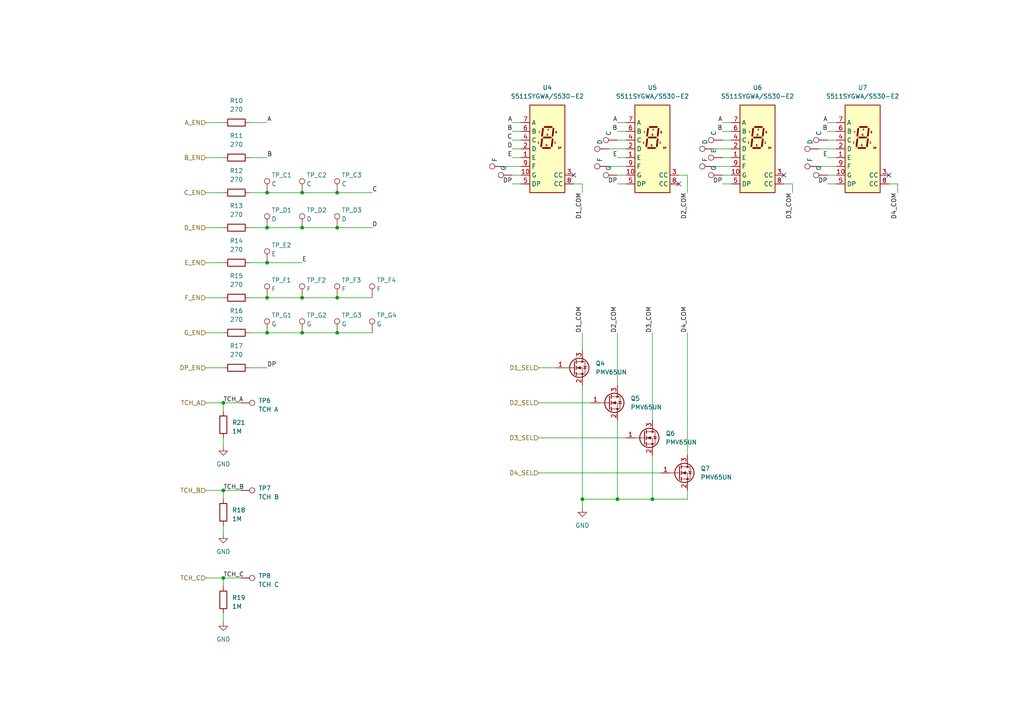
<source format=kicad_sch>
(kicad_sch (version 20230121) (generator eeschema)
  (paper "A4")
  (lib_symbols
    (symbol "Connector:TestPoint" (pin_numbers hide) (pin_names (offset 0.762) hide)
      (property "Reference" "TP" (at 0 6.858 0))
      (property "Value" "TestPoint" (at 0 5.08 0))
      (symbol "TestPoint_0_1"
        (circle (center 0 3.302) (radius 0.762))
      )
      (symbol "TestPoint_1_1"
        (pin passive line (at 0 0 90) (length 2.54) (name "1") (number "1"))
      )
    )
    (symbol "Device:Q_NMOS_GSD" (pin_names (offset 0) hide)
      (property "Reference" "Q" (at 5.08 1.27 0))
      (property "Value" "Q_NMOS_GSD" (at 5.08 -1.27 0))
      (symbol "Q_NMOS_GSD_0_1"
        (polyline (pts (xy 0.254 0) (xy -2.54 0)))
        (polyline (pts (xy 0.254 1.905) (xy 0.254 -1.905)) (stroke (width 0.254)))
        (polyline (pts (xy 0.762 -1.27) (xy 0.762 -2.286)) (stroke (width 0.254)))
        (polyline (pts (xy 0.762 0.508) (xy 0.762 -0.508)) (stroke (width 0.254)))
        (polyline (pts (xy 0.762 2.286) (xy 0.762 1.27)) (stroke (width 0.254)))
        (polyline (pts (xy 2.54 2.54) (xy 2.54 1.778)))
        (polyline (pts (xy 2.54 -2.54) (xy 2.54 0) (xy 0.762 0)))
        (polyline (pts (xy 0.762 -1.778) (xy 3.302 -1.778) (xy 3.302 1.778) (xy 0.762 1.778)))
        (polyline (pts (xy 1.016 0) (xy 2.032 0.381) (xy 2.032 -0.381) (xy 1.016 0)) (fill (type outline)))
        (polyline (pts (xy 2.794 0.508) (xy 2.921 0.381) (xy 3.683 0.381) (xy 3.81 0.254)))
        (polyline (pts (xy 3.302 0.381) (xy 2.921 -0.254) (xy 3.683 -0.254) (xy 3.302 0.381)))
        (circle (center 1.651 0) (radius 2.794) (stroke (width 0.254)))
        (circle (center 2.54 -1.778) (radius 0.254) (fill (type outline)))
        (circle (center 2.54 1.778) (radius 0.254) (fill (type outline)))
      )
      (symbol "Q_NMOS_GSD_1_1"
        (pin input line (at -5.08 0 0) (length 2.54) (name "G") (number "1"))
        (pin passive line (at 2.54 -5.08 90) (length 2.54) (name "S") (number "2"))
        (pin passive line (at 2.54 5.08 270) (length 2.54) (name "D") (number "3"))
      )
    )
    (symbol "Device:R" (pin_numbers hide) (pin_names (offset 0))
      (property "Reference" "R" (at 2.032 0 90))
      (property "Value" "R" (at 0 0 90))
      (symbol "R_0_1"
        (rectangle (start -1.016 -2.54) (end 1.016 2.54) (stroke (width 0.254)))
      )
      (symbol "R_1_1"
        (pin passive line (at 0 3.81 270) (length 1.27) (name "~") (number "1"))
        (pin passive line (at 0 -3.81 90) (length 1.27) (name "~") (number "2"))
      )
    )
    (symbol "Display_Character:D168K"
      (property "Reference" "U" (at -2.54 13.97 0))
      (property "Value" "D168K" (at 1.27 13.97 0))
      (symbol "D168K_0_0"
        (text "A" (at 0.254 5.588 0) (effects (font (size 0.508 0.508))))
        (text "B" (at 2.54 4.826 0) (effects (font (size 0.508 0.508))))
        (text "C" (at 2.286 1.778 0) (effects (font (size 0.508 0.508))))
        (text "D" (at -0.254 1.016 0) (effects (font (size 0.508 0.508))))
        (text "DP" (at 3.556 0.254 0) (effects (font (size 0.508 0.508))))
        (text "E" (at -2.54 1.778 0) (effects (font (size 0.508 0.508))))
        (text "F" (at -2.286 4.826 0) (effects (font (size 0.508 0.508))))
        (text "G" (at 0 4.064 0) (effects (font (size 0.508 0.508))))
      )
      (symbol "D168K_0_1"
        (rectangle (start -5.08 12.7) (end 5.08 -12.7) (stroke (width 0.254)) (fill (type background)))
        (polyline (pts (xy -1.524 2.794) (xy -1.778 0.762)) (stroke (width 0.508)))
        (polyline (pts (xy -1.27 0.254) (xy 0.762 0.254)) (stroke (width 0.508)))
        (polyline (pts (xy -1.27 5.842) (xy -1.524 3.81)) (stroke (width 0.508)))
        (polyline (pts (xy -1.016 3.302) (xy 1.016 3.302)) (stroke (width 0.508)))
        (polyline (pts (xy -0.762 6.35) (xy 1.27 6.35)) (stroke (width 0.508)))
        (polyline (pts (xy 1.524 2.794) (xy 1.27 0.762)) (stroke (width 0.508)))
        (polyline (pts (xy 1.778 5.842) (xy 1.524 3.81)) (stroke (width 0.508)))
        (polyline (pts (xy 2.54 0.254) (xy 2.54 0.254)) (stroke (width 0.508)))
      )
      (symbol "D168K_1_1"
        (pin input line (at -7.62 -2.54 0) (length 2.54) (name "E") (number "1"))
        (pin input line (at -7.62 -7.62 0) (length 2.54) (name "G") (number "10"))
        (pin input line (at -7.62 0 0) (length 2.54) (name "D") (number "2"))
        (pin input line (at 7.62 -7.62 180) (length 2.54) (name "CC") (number "3"))
        (pin input line (at -7.62 2.54 0) (length 2.54) (name "C") (number "4"))
        (pin input line (at -7.62 -10.16 0) (length 2.54) (name "DP") (number "5"))
        (pin input line (at -7.62 5.08 0) (length 2.54) (name "B") (number "6"))
        (pin input line (at -7.62 7.62 0) (length 2.54) (name "A") (number "7"))
        (pin input line (at 7.62 -10.16 180) (length 2.54) (name "CC") (number "8"))
        (pin input line (at -7.62 -5.08 0) (length 2.54) (name "F") (number "9"))
      )
    )
    (symbol "power:GND" (power) (pin_names (offset 0))
      (property "Value" "GND" (at 0 -3.81 0))
      (symbol "GND_0_1"
        (polyline (pts (xy 0 0) (xy 0 -1.27) (xy 1.27 -1.27) (xy 0 -2.54) (xy -1.27 -1.27) (xy 0 -1.27)))
      )
      (symbol "GND_1_1"
        (pin power_in line (at 0 0 270) (length 0) hide (name "GND") (number "1"))
      )
    )
  )
  (junction (at 168.91 144.78))
  (junction (at 189.23 144.78))
  (junction (at 97.79 96.52))
  (junction (at 97.79 86.36))
  (junction (at 64.77 142.24))
  (junction (at 87.63 86.36))
  (junction (at 64.77 167.64))
  (junction (at 87.63 66.04))
  (junction (at 87.63 55.88))
  (junction (at 87.63 96.52))
  (junction (at 97.79 55.88))
  (junction (at 179.07 144.78))
  (junction (at 77.47 66.04))
  (junction (at 77.47 55.88))
  (junction (at 97.79 66.04))
  (junction (at 77.47 76.2))
  (junction (at 77.47 96.52))
  (junction (at 64.77 116.84))
  (junction (at 77.47 86.36))
  (no_connect (at 227.33 50.8))
  (no_connect (at 196.85 53.34))
  (no_connect (at 166.37 50.8))
  (no_connect (at 257.81 50.8))
  (wire (pts (xy 209.55 45.72) (xy 212.09 45.72)))
  (wire (pts (xy 189.23 144.78) (xy 189.23 132.08)))
  (wire (pts (xy 209.55 53.34) (xy 212.09 53.34)))
  (wire (pts (xy 148.59 35.56) (xy 151.13 35.56)))
  (wire (pts (xy 179.07 45.72) (xy 181.61 45.72)))
  (wire (pts (xy 87.63 55.88) (xy 97.79 55.88)))
  (wire (pts (xy 209.55 40.64) (xy 212.09 40.64)))
  (wire (pts (xy 64.77 167.64) (xy 69.85 167.64)))
  (wire (pts (xy 199.39 144.78) (xy 189.23 144.78)))
  (wire (pts (xy 156.21 127) (xy 181.61 127)))
  (wire (pts (xy 166.37 53.34) (xy 168.91 53.34)))
  (wire (pts (xy 59.69 66.04) (xy 64.77 66.04)))
  (wire (pts (xy 59.69 45.72) (xy 64.77 45.72)))
  (wire (pts (xy 97.79 55.88) (xy 107.95 55.88)))
  (wire (pts (xy 240.03 50.8) (xy 242.57 50.8)))
  (wire (pts (xy 72.39 86.36) (xy 77.47 86.36)))
  (wire (pts (xy 179.07 50.8) (xy 181.61 50.8)))
  (wire (pts (xy 199.39 50.8) (xy 199.39 55.88)))
  (wire (pts (xy 77.47 55.88) (xy 87.63 55.88)))
  (wire (pts (xy 64.77 167.64) (xy 64.77 170.18)))
  (wire (pts (xy 199.39 96.52) (xy 199.39 132.08)))
  (wire (pts (xy 59.69 55.88) (xy 64.77 55.88)))
  (wire (pts (xy 97.79 86.36) (xy 107.95 86.36)))
  (wire (pts (xy 72.39 66.04) (xy 77.47 66.04)))
  (wire (pts (xy 148.59 40.64) (xy 151.13 40.64)))
  (wire (pts (xy 64.77 116.84) (xy 69.85 116.84)))
  (wire (pts (xy 189.23 96.52) (xy 189.23 121.92)))
  (wire (pts (xy 148.59 53.34) (xy 151.13 53.34)))
  (wire (pts (xy 59.69 76.2) (xy 64.77 76.2)))
  (wire (pts (xy 148.59 43.18) (xy 151.13 43.18)))
  (wire (pts (xy 64.77 177.8) (xy 64.77 180.34)))
  (wire (pts (xy 64.77 116.84) (xy 64.77 119.38)))
  (wire (pts (xy 72.39 106.68) (xy 77.47 106.68)))
  (wire (pts (xy 179.07 121.92) (xy 179.07 144.78)))
  (wire (pts (xy 59.69 142.24) (xy 64.77 142.24)))
  (wire (pts (xy 77.47 76.2) (xy 87.63 76.2)))
  (wire (pts (xy 179.07 40.64) (xy 181.61 40.64)))
  (wire (pts (xy 179.07 35.56) (xy 181.61 35.56)))
  (wire (pts (xy 87.63 96.52) (xy 97.79 96.52)))
  (wire (pts (xy 59.69 167.64) (xy 64.77 167.64)))
  (wire (pts (xy 179.07 53.34) (xy 181.61 53.34)))
  (wire (pts (xy 168.91 53.34) (xy 168.91 55.88)))
  (wire (pts (xy 176.53 48.26) (xy 181.61 48.26)))
  (wire (pts (xy 146.05 48.26) (xy 151.13 48.26)))
  (wire (pts (xy 196.85 50.8) (xy 199.39 50.8)))
  (wire (pts (xy 237.49 43.18) (xy 242.57 43.18)))
  (wire (pts (xy 209.55 35.56) (xy 212.09 35.56)))
  (wire (pts (xy 240.03 40.64) (xy 242.57 40.64)))
  (wire (pts (xy 97.79 66.04) (xy 107.95 66.04)))
  (wire (pts (xy 59.69 116.84) (xy 64.77 116.84)))
  (wire (pts (xy 199.39 142.24) (xy 199.39 144.78)))
  (wire (pts (xy 72.39 76.2) (xy 77.47 76.2)))
  (wire (pts (xy 156.21 116.84) (xy 171.45 116.84)))
  (wire (pts (xy 240.03 35.56) (xy 242.57 35.56)))
  (wire (pts (xy 260.35 53.34) (xy 260.35 55.88)))
  (wire (pts (xy 179.07 96.52) (xy 179.07 111.76)))
  (wire (pts (xy 179.07 38.1) (xy 181.61 38.1)))
  (wire (pts (xy 64.77 142.24) (xy 69.85 142.24)))
  (wire (pts (xy 72.39 35.56) (xy 77.47 35.56)))
  (wire (pts (xy 168.91 144.78) (xy 168.91 147.32)))
  (wire (pts (xy 237.49 48.26) (xy 242.57 48.26)))
  (wire (pts (xy 176.53 43.18) (xy 181.61 43.18)))
  (wire (pts (xy 156.21 137.16) (xy 191.77 137.16)))
  (wire (pts (xy 168.91 144.78) (xy 179.07 144.78)))
  (wire (pts (xy 72.39 96.52) (xy 77.47 96.52)))
  (wire (pts (xy 77.47 96.52) (xy 87.63 96.52)))
  (wire (pts (xy 209.55 38.1) (xy 212.09 38.1)))
  (wire (pts (xy 59.69 86.36) (xy 64.77 86.36)))
  (wire (pts (xy 97.79 96.52) (xy 107.95 96.52)))
  (wire (pts (xy 227.33 53.34) (xy 229.87 53.34)))
  (wire (pts (xy 87.63 86.36) (xy 97.79 86.36)))
  (wire (pts (xy 77.47 66.04) (xy 87.63 66.04)))
  (wire (pts (xy 72.39 55.88) (xy 77.47 55.88)))
  (wire (pts (xy 148.59 50.8) (xy 151.13 50.8)))
  (wire (pts (xy 168.91 96.52) (xy 168.91 101.6)))
  (wire (pts (xy 59.69 106.68) (xy 64.77 106.68)))
  (wire (pts (xy 64.77 127) (xy 64.77 129.54)))
  (wire (pts (xy 209.55 50.8) (xy 212.09 50.8)))
  (wire (pts (xy 240.03 38.1) (xy 242.57 38.1)))
  (wire (pts (xy 59.69 96.52) (xy 64.77 96.52)))
  (wire (pts (xy 77.47 86.36) (xy 87.63 86.36)))
  (wire (pts (xy 59.69 35.56) (xy 64.77 35.56)))
  (wire (pts (xy 240.03 45.72) (xy 242.57 45.72)))
  (wire (pts (xy 148.59 38.1) (xy 151.13 38.1)))
  (wire (pts (xy 64.77 142.24) (xy 64.77 144.78)))
  (wire (pts (xy 156.21 106.68) (xy 161.29 106.68)))
  (wire (pts (xy 257.81 53.34) (xy 260.35 53.34)))
  (wire (pts (xy 207.01 48.26) (xy 212.09 48.26)))
  (wire (pts (xy 87.63 66.04) (xy 97.79 66.04)))
  (wire (pts (xy 229.87 53.34) (xy 229.87 55.88)))
  (wire (pts (xy 64.77 152.4) (xy 64.77 154.94)))
  (wire (pts (xy 72.39 45.72) (xy 77.47 45.72)))
  (wire (pts (xy 207.01 43.18) (xy 212.09 43.18)))
  (wire (pts (xy 240.03 53.34) (xy 242.57 53.34)))
  (wire (pts (xy 148.59 45.72) (xy 151.13 45.72)))
  (wire (pts (xy 168.91 111.76) (xy 168.91 144.78)))
  (wire (pts (xy 179.07 144.78) (xy 189.23 144.78)))
  (label "C" (at 148.59 40.64 180))
  (label "B" (at 179.07 38.1 180))
  (label "A" (at 209.55 35.56 180))
  (label "D2_COM" (at 199.39 55.88 270))
  (label "TCH_C" (at 64.77 167.64 0))
  (label "D4_COM" (at 260.35 55.88 270))
  (label "E" (at 179.07 45.72 180))
  (label "DP" (at 209.55 53.34 180))
  (label "D3_COM" (at 189.23 96.52 90))
  (label "D2_COM" (at 179.07 96.52 90))
  (label "E" (at 148.59 45.72 180))
  (label "D4_COM" (at 199.39 96.52 90))
  (label "C" (at 107.95 55.88 0))
  (label "B" (at 148.59 38.1 180))
  (label "DP" (at 77.47 106.68 0))
  (label "B" (at 240.03 38.1 180))
  (label "DP" (at 179.07 53.34 180))
  (label "A" (at 179.07 35.56 180))
  (label "D" (at 148.59 43.18 180))
  (label "TCH_B" (at 64.77 142.24 0))
  (label "A" (at 77.47 35.56 0))
  (label "B" (at 209.55 38.1 180))
  (label "E" (at 240.03 45.72 180))
  (label "DP" (at 148.59 53.34 180))
  (label "A" (at 240.03 35.56 180))
  (label "B" (at 77.47 45.72 0))
  (label "TCH_A" (at 64.77 116.84 0))
  (label "D1_COM" (at 168.91 96.52 90))
  (label "D3_COM" (at 229.87 55.88 270))
  (label "E" (at 87.63 76.2 0))
  (label "A" (at 148.59 35.56 180))
  (label "D" (at 107.95 66.04 0))
  (label "D1_COM" (at 168.91 55.88 270))
  (label "DP" (at 240.03 53.34 180))
  (hierarchical_label "F_EN" (shape input) (at 59.69 86.36 180))
  (hierarchical_label "TCH_B" (shape input) (at 59.69 142.24 180))
  (hierarchical_label "DP_EN" (shape input) (at 59.69 106.68 180))
  (hierarchical_label "E_EN" (shape input) (at 59.69 76.2 180))
  (hierarchical_label "C_EN" (shape input) (at 59.69 55.88 180))
  (hierarchical_label "D_EN" (shape input) (at 59.69 66.04 180))
  (hierarchical_label "D1_SEL" (shape input) (at 156.21 106.68 180))
  (hierarchical_label "D2_SEL" (shape input) (at 156.21 116.84 180))
  (hierarchical_label "TCH_A" (shape input) (at 59.69 116.84 180))
  (hierarchical_label "D3_SEL" (shape input) (at 156.21 127 180))
  (hierarchical_label "D4_SEL" (shape input) (at 156.21 137.16 180))
  (hierarchical_label "G_EN" (shape input) (at 59.69 96.52 180))
  (hierarchical_label "TCH_C" (shape input) (at 59.69 167.64 180))
  (hierarchical_label "B_EN" (shape input) (at 59.69 45.72 180))
  (hierarchical_label "A_EN" (shape input) (at 59.69 35.56 180))
  (symbol (lib_id "Connector:TestPoint") (at 176.53 48.26 90) (unit 1)
    (property "Reference" "TP_F6" (effects hide))
    (property "Value" "F" (at 173.99 46.99 0) (effects (justify left)))
    (property "Footprint" "TestPoint:TestPoint_Pad_D1.0mm" (effects hide))
  )
  (symbol (lib_id "Device:R") (at 68.58 86.36 270) (unit 1)
    (property "Reference" "R15" (at 68.58 80.01 90))
    (property "Value" "270" (at 68.58 82.55 90))
    (property "Footprint" "Resistor_SMD:R_1206_3216Metric_Pad1.30x1.75mm_HandSolder" (effects hide))
  )
  (symbol (lib_id "Connector:TestPoint") (at 69.85 142.24 270) (unit 1)
    (property "Reference" "TP7" (at 74.93 141.605 90) (effects (justify left)))
    (property "Value" "TCH B" (at 74.93 144.145 90) (effects (justify left)))
    (property "Footprint" "Custom:TouchPad" (effects hide))
  )
  (symbol (lib_id "Connector:TestPoint") (at 209.55 40.64 90) (unit 1)
    (property "Reference" "TP_C7" (effects hide))
    (property "Value" "C" (at 207.01 39.37 0) (effects (justify left)))
    (property "Footprint" "TestPoint:TestPoint_Pad_D1.0mm" (effects hide))
  )
  (symbol (lib_id "Connector:TestPoint") (at 148.59 50.8 90) (unit 1)
    (property "Reference" "TP_G5" (effects hide))
    (property "Value" "G" (at 146.05 49.53 0) (effects (justify left)))
    (property "Footprint" "TestPoint:TestPoint_Pad_D1.0mm" (effects hide))
  )
  (symbol (lib_id "Device:R") (at 64.77 148.59 180) (unit 1)
    (property "Reference" "R18" (at 67.31 147.955 0) (effects (justify right)))
    (property "Value" "1M" (at 67.31 150.495 0) (effects (justify right)))
    (property "Footprint" "Resistor_SMD:R_1206_3216Metric_Pad1.30x1.75mm_HandSolder" (effects hide))
    (instances (project "Clock" (path "" (reference "R18") (unit 1)) (path "" (reference "R19") (unit 1))))
  )
  (symbol (lib_id "Display_Character:D168K") (at 158.75 43.18 0) (unit 1)
    (property "Reference" "U4" (at 158.75 25.4 0))
    (property "Value" "S511SYGWA/S530-E2" (at 158.75 27.94 0))
    (property "Footprint" "Display_7Segment:D1X8K" (effects hide))
    (property "Datasheet" "https://everlighteurope.com/tht-displays/1084/S511SYGWAS530E2.html" (effects hide))
  )
  (symbol (lib_id "Connector:TestPoint") (at 237.49 48.26 90) (unit 1)
    (property "Reference" "TP_F8" (effects hide))
    (property "Value" "F" (at 234.95 46.99 0) (effects (justify left)))
    (property "Footprint" "TestPoint:TestPoint_Pad_D1.0mm" (effects hide))
  )
  (symbol (lib_id "Connector:TestPoint") (at 146.05 48.26 90) (unit 1)
    (property "Reference" "TP_F5" (effects hide))
    (property "Value" "F" (at 143.51 46.99 0) (effects (justify left)))
    (property "Footprint" "TestPoint:TestPoint_Pad_D1.0mm" (effects hide))
  )
  (symbol (lib_id "Connector:TestPoint") (at 240.03 40.64 90) (unit 1)
    (property "Reference" "TP_C8" (effects hide))
    (property "Value" "C" (at 237.49 39.37 0) (effects (justify left)))
    (property "Footprint" "TestPoint:TestPoint_Pad_D1.0mm" (effects hide))
  )
  (symbol (lib_id "Connector:TestPoint") (at 87.63 86.36 0) (unit 1)
    (property "Reference" "TP_F2" (at 88.9 81.28 0) (effects (justify left)))
    (property "Value" "F" (at 88.9 83.82 0) (effects (justify left)))
    (property "Footprint" "TestPoint:TestPoint_Pad_D1.0mm" (effects hide))
  )
  (symbol (lib_id "Connector:TestPoint") (at 107.95 86.36 0) (unit 1)
    (property "Reference" "TP_F4" (at 109.22 81.28 0) (effects (justify left)))
    (property "Value" "F" (at 109.22 83.82 0) (effects (justify left)))
    (property "Footprint" "TestPoint:TestPoint_Pad_D1.0mm" (effects hide))
  )
  (symbol (lib_id "Device:R") (at 68.58 76.2 270) (unit 1)
    (property "Reference" "R14" (at 68.58 69.85 90))
    (property "Value" "270" (at 68.58 72.39 90))
    (property "Footprint" "Resistor_SMD:R_1206_3216Metric_Pad1.30x1.75mm_HandSolder" (effects hide))
  )
  (symbol (lib_id "Connector:TestPoint") (at 209.55 50.8 90) (unit 1)
    (property "Reference" "TP_G7" (effects hide))
    (property "Value" "G" (at 207.01 49.53 0) (effects (justify left)))
    (property "Footprint" "TestPoint:TestPoint_Pad_D1.0mm" (effects hide))
  )
  (symbol (lib_id "Connector:TestPoint") (at 69.85 167.64 270) (unit 1)
    (property "Reference" "TP8" (at 74.93 167.005 90) (effects (justify left)))
    (property "Value" "TCH C" (at 74.93 169.545 90) (effects (justify left)))
    (property "Footprint" "Custom:TouchPad" (effects hide))
  )
  (symbol (lib_id "Connector:TestPoint") (at 240.03 50.8 90) (unit 1)
    (property "Reference" "TP_G8" (effects hide))
    (property "Value" "G" (at 237.49 49.53 0) (effects (justify left)))
    (property "Footprint" "TestPoint:TestPoint_Pad_D1.0mm" (effects hide))
  )
  (symbol (lib_id "Display_Character:D168K") (at 219.71 43.18 0) (unit 1)
    (property "Reference" "U6" (at 219.71 25.4 0))
    (property "Value" "S511SYGWA/S530-E2" (at 219.71 27.94 0))
    (property "Footprint" "Display_7Segment:D1X8K" (effects hide))
    (property "Datasheet" "https://everlighteurope.com/tht-displays/1084/S511SYGWAS530E2.html" (effects hide))
  )
  (symbol (lib_id "Device:R") (at 64.77 173.99 180) (unit 1)
    (property "Reference" "R19" (at 67.31 173.355 0) (effects (justify right)))
    (property "Value" "1M" (at 67.31 175.895 0) (effects (justify right)))
    (property "Footprint" "Resistor_SMD:R_1206_3216Metric_Pad1.30x1.75mm_HandSolder" (effects hide))
    (instances (project "Clock" (path "" (reference "R19") (unit 1)) (path "" (reference "R20") (unit 1))))
  )
  (symbol (lib_id "Connector:TestPoint") (at 237.49 43.18 90) (unit 1)
    (property "Reference" "TP_D8" (effects hide))
    (property "Value" "D" (at 234.95 41.91 0) (effects (justify left)))
    (property "Footprint" "TestPoint:TestPoint_Pad_D1.0mm" (effects hide))
  )
  (symbol (lib_id "power:GND") (at 168.91 147.32 0) (unit 1)
    (property "Reference" "#PWR017" (effects hide))
    (property "Value" "GND" (at 168.91 152.4 0))
  )
  (symbol (lib_id "Device:Q_NMOS_GSD") (at 176.53 116.84 0) (unit 1)
    (property "Reference" "Q5" (at 182.88 115.5699 0) (effects (justify left)))
    (property "Value" "PMV65UN" (at 182.88 118.1099 0) (effects (justify left)))
    (property "Footprint" "Package_TO_SOT_SMD:SOT-23" (effects hide))
  )
  (symbol (lib_id "power:GND") (at 64.77 180.34 0) (unit 1)
    (property "Reference" "#PWR022" (effects hide))
    (property "Value" "GND" (at 64.77 185.42 0))
  )
  (symbol (lib_id "power:GND") (at 64.77 154.94 0) (unit 1)
    (property "Reference" "#PWR021" (effects hide))
    (property "Value" "GND" (at 64.77 160.02 0))
  )
  (symbol (lib_id "Connector:TestPoint") (at 97.79 96.52 0) (unit 1)
    (property "Reference" "TP_G3" (at 99.06 91.44 0) (effects (justify left)))
    (property "Value" "G" (at 99.06 93.98 0) (effects (justify left)))
    (property "Footprint" "TestPoint:TestPoint_Pad_D1.0mm" (effects hide))
  )
  (symbol (lib_id "power:GND") (at 64.77 129.54 0) (unit 1)
    (property "Reference" "#PWR020" (effects hide))
    (property "Value" "GND" (at 64.77 134.62 0))
  )
  (symbol (lib_id "Device:R") (at 68.58 55.88 270) (unit 1)
    (property "Reference" "R12" (at 68.58 49.53 90))
    (property "Value" "270" (at 68.58 52.07 90))
    (property "Footprint" "Resistor_SMD:R_1206_3216Metric_Pad1.30x1.75mm_HandSolder" (effects hide))
  )
  (symbol (lib_id "Connector:TestPoint") (at 87.63 66.04 0) (unit 1)
    (property "Reference" "TP_D2" (at 88.9 60.96 0) (effects (justify left)))
    (property "Value" "D" (at 88.9 63.5 0) (effects (justify left)))
    (property "Footprint" "TestPoint:TestPoint_Pad_D1.0mm" (effects hide))
  )
  (symbol (lib_id "Connector:TestPoint") (at 207.01 43.18 90) (unit 1)
    (property "Reference" "TP_D7" (effects hide))
    (property "Value" "D" (at 204.47 41.91 0) (effects (justify left)))
    (property "Footprint" "TestPoint:TestPoint_Pad_D1.0mm" (effects hide))
  )
  (symbol (lib_id "Connector:TestPoint") (at 176.53 43.18 90) (unit 1)
    (property "Reference" "TP_D6" (effects hide))
    (property "Value" "D" (at 173.99 41.91 0) (effects (justify left)))
    (property "Footprint" "TestPoint:TestPoint_Pad_D1.0mm" (effects hide))
  )
  (symbol (lib_id "Connector:TestPoint") (at 97.79 66.04 0) (unit 1)
    (property "Reference" "TP_D3" (at 99.06 60.96 0) (effects (justify left)))
    (property "Value" "D" (at 99.06 63.5 0) (effects (justify left)))
    (property "Footprint" "TestPoint:TestPoint_Pad_D1.0mm" (effects hide))
  )
  (symbol (lib_id "Connector:TestPoint") (at 77.47 76.2 0) (unit 1)
    (property "Reference" "TP_E2" (at 78.74 71.12 0) (effects (justify left)))
    (property "Value" "E" (at 78.74 73.66 0) (effects (justify left)))
    (property "Footprint" "TestPoint:TestPoint_Pad_D1.0mm" (effects hide))
  )
  (symbol (lib_id "Connector:TestPoint") (at 87.63 55.88 0) (unit 1)
    (property "Reference" "TP_C2" (at 88.9 50.8 0) (effects (justify left)))
    (property "Value" "C" (at 88.9 53.34 0) (effects (justify left)))
    (property "Footprint" "TestPoint:TestPoint_Pad_D1.0mm" (effects hide))
  )
  (symbol (lib_id "Connector:TestPoint") (at 77.47 55.88 0) (unit 1)
    (property "Reference" "TP_C1" (at 78.74 50.8 0) (effects (justify left)))
    (property "Value" "C" (at 78.74 53.34 0) (effects (justify left)))
    (property "Footprint" "TestPoint:TestPoint_Pad_D1.0mm" (effects hide))
  )
  (symbol (lib_id "Display_Character:D168K") (at 250.19 43.18 0) (unit 1)
    (property "Reference" "U7" (at 250.19 25.4 0))
    (property "Value" "S511SYGWA/S530-E2" (at 250.19 27.94 0))
    (property "Footprint" "Display_7Segment:D1X8K" (effects hide))
    (property "Datasheet" "https://everlighteurope.com/tht-displays/1084/S511SYGWAS530E2.html" (effects hide))
  )
  (symbol (lib_id "Device:Q_NMOS_GSD") (at 166.37 106.68 0) (unit 1)
    (property "Reference" "Q4" (at 172.72 105.4099 0) (effects (justify left)))
    (property "Value" "PMV65UN" (at 172.72 107.9499 0) (effects (justify left)))
    (property "Footprint" "Package_TO_SOT_SMD:SOT-23" (effects hide))
  )
  (symbol (lib_id "Connector:TestPoint") (at 97.79 55.88 0) (unit 1)
    (property "Reference" "TP_C3" (at 99.06 50.8 0) (effects (justify left)))
    (property "Value" "C" (at 99.06 53.34 0) (effects (justify left)))
    (property "Footprint" "TestPoint:TestPoint_Pad_D1.0mm" (effects hide))
  )
  (symbol (lib_id "Device:Q_NMOS_GSD") (at 196.85 137.16 0) (unit 1)
    (property "Reference" "Q7" (at 203.2 135.8899 0) (effects (justify left)))
    (property "Value" "PMV65UN" (at 203.2 138.4299 0) (effects (justify left)))
    (property "Footprint" "Package_TO_SOT_SMD:SOT-23" (effects hide))
  )
  (symbol (lib_id "Device:R") (at 68.58 45.72 270) (unit 1)
    (property "Reference" "R11" (at 68.58 39.37 90))
    (property "Value" "270" (at 68.58 41.91 90))
    (property "Footprint" "Resistor_SMD:R_1206_3216Metric_Pad1.30x1.75mm_HandSolder" (effects hide))
  )
  (symbol (lib_id "Device:R") (at 68.58 96.52 270) (unit 1)
    (property "Reference" "R16" (at 68.58 90.17 90))
    (property "Value" "270" (at 68.58 92.71 90))
    (property "Footprint" "Resistor_SMD:R_1206_3216Metric_Pad1.30x1.75mm_HandSolder" (effects hide))
  )
  (symbol (lib_id "Device:Q_NMOS_GSD") (at 186.69 127 0) (unit 1)
    (property "Reference" "Q6" (at 193.04 125.7299 0) (effects (justify left)))
    (property "Value" "PMV65UN" (at 193.04 128.2699 0) (effects (justify left)))
    (property "Footprint" "Package_TO_SOT_SMD:SOT-23" (effects hide))
  )
  (symbol (lib_id "Connector:TestPoint") (at 97.79 86.36 0) (unit 1)
    (property "Reference" "TP_F3" (at 99.06 81.28 0) (effects (justify left)))
    (property "Value" "F" (at 99.06 83.82 0) (effects (justify left)))
    (property "Footprint" "TestPoint:TestPoint_Pad_D1.0mm" (effects hide))
  )
  (symbol (lib_id "Device:R") (at 68.58 66.04 270) (unit 1)
    (property "Reference" "R13" (at 68.58 59.69 90))
    (property "Value" "270" (at 68.58 62.23 90))
    (property "Footprint" "Resistor_SMD:R_1206_3216Metric_Pad1.30x1.75mm_HandSolder" (effects hide))
  )
  (symbol (lib_id "Device:R") (at 68.58 35.56 270) (unit 1)
    (property "Reference" "R10" (at 68.58 29.21 90))
    (property "Value" "270" (at 68.58 31.75 90))
    (property "Footprint" "Resistor_SMD:R_1206_3216Metric_Pad1.30x1.75mm_HandSolder" (effects hide))
  )
  (symbol (lib_id "Display_Character:D168K") (at 189.23 43.18 0) (unit 1)
    (property "Reference" "U5" (at 189.23 25.4 0))
    (property "Value" "S511SYGWA/S530-E2" (at 189.23 27.94 0))
    (property "Footprint" "Display_7Segment:D1X8K" (effects hide))
    (property "Datasheet" "https://everlighteurope.com/tht-displays/1084/S511SYGWAS530E2.html" (effects hide))
  )
  (symbol (lib_id "Connector:TestPoint") (at 209.55 45.72 90) (unit 1)
    (property "Reference" "TP_E7" (effects hide))
    (property "Value" "E" (at 207.01 44.45 0) (effects (justify left)))
    (property "Footprint" "TestPoint:TestPoint_Pad_D1.0mm" (effects hide))
  )
  (symbol (lib_id "Connector:TestPoint") (at 179.07 50.8 90) (unit 1)
    (property "Reference" "TP_G6" (effects hide))
    (property "Value" "G" (at 176.53 49.53 0) (effects (justify left)))
    (property "Footprint" "TestPoint:TestPoint_Pad_D1.0mm" (effects hide))
  )
  (symbol (lib_id "Connector:TestPoint") (at 69.85 116.84 270) (unit 1)
    (property "Reference" "TP6" (at 74.93 116.205 90) (effects (justify left)))
    (property "Value" "TCH A" (at 74.93 118.745 90) (effects (justify left)))
    (property "Footprint" "Custom:TouchPad" (effects hide))
  )
  (symbol (lib_id "Connector:TestPoint") (at 77.47 96.52 0) (unit 1)
    (property "Reference" "TP_G1" (at 78.74 91.44 0) (effects (justify left)))
    (property "Value" "G" (at 78.74 93.98 0) (effects (justify left)))
    (property "Footprint" "TestPoint:TestPoint_Pad_D1.0mm" (effects hide))
  )
  (symbol (lib_id "Connector:TestPoint") (at 77.47 66.04 0) (unit 1)
    (property "Reference" "TP_D1" (at 78.74 60.96 0) (effects (justify left)))
    (property "Value" "D" (at 78.74 63.5 0) (effects (justify left)))
    (property "Footprint" "TestPoint:TestPoint_Pad_D1.0mm" (effects hide))
  )
  (symbol (lib_id "Connector:TestPoint") (at 179.07 40.64 90) (unit 1)
    (property "Reference" "TP_C6" (effects hide))
    (property "Value" "C" (at 176.53 39.37 0) (effects (justify left)))
    (property "Footprint" "TestPoint:TestPoint_Pad_D1.0mm" (effects hide))
  )
  (symbol (lib_id "Connector:TestPoint") (at 207.01 48.26 90) (unit 1)
    (property "Reference" "TP_F7" (effects hide))
    (property "Value" "F" (at 204.47 46.99 0) (effects (justify left)))
    (property "Footprint" "TestPoint:TestPoint_Pad_D1.0mm" (effects hide))
  )
  (symbol (lib_id "Device:R") (at 64.77 123.19 180) (unit 1)
    (property "Reference" "R21" (at 67.31 122.555 0) (effects (justify right)))
    (property "Value" "1M" (at 67.31 125.095 0) (effects (justify right)))
    (property "Footprint" "Resistor_SMD:R_1206_3216Metric_Pad1.30x1.75mm_HandSolder" (effects hide))
    (instances (project "Clock" (path "" (reference "R21") (unit 1)) (path "" (reference "R18") (unit 1))))
  )
  (symbol (lib_id "Connector:TestPoint") (at 87.63 96.52 0) (unit 1)
    (property "Reference" "TP_G2" (at 88.9 91.44 0) (effects (justify left)))
    (property "Value" "G" (at 88.9 93.98 0) (effects (justify left)))
    (property "Footprint" "TestPoint:TestPoint_Pad_D1.0mm" (effects hide))
  )
  (symbol (lib_id "Connector:TestPoint") (at 77.47 86.36 0) (unit 1)
    (property "Reference" "TP_F1" (at 78.74 81.28 0) (effects (justify left)))
    (property "Value" "F" (at 78.74 83.82 0) (effects (justify left)))
    (property "Footprint" "TestPoint:TestPoint_Pad_D1.0mm" (effects hide))
  )
  (symbol (lib_id "Device:R") (at 68.58 106.68 270) (unit 1)
    (property "Reference" "R17" (at 68.58 100.33 90))
    (property "Value" "270" (at 68.58 102.87 90))
    (property "Footprint" "Resistor_SMD:R_1206_3216Metric_Pad1.30x1.75mm_HandSolder" (effects hide))
  )
  (symbol (lib_id "Connector:TestPoint") (at 107.95 96.52 0) (unit 1)
    (property "Reference" "TP_G4" (at 109.22 91.44 0) (effects (justify left)))
    (property "Value" "G" (at 109.22 93.98 0) (effects (justify left)))
    (property "Footprint" "TestPoint:TestPoint_Pad_D1.0mm" (effects hide))
  )
)
</source>
